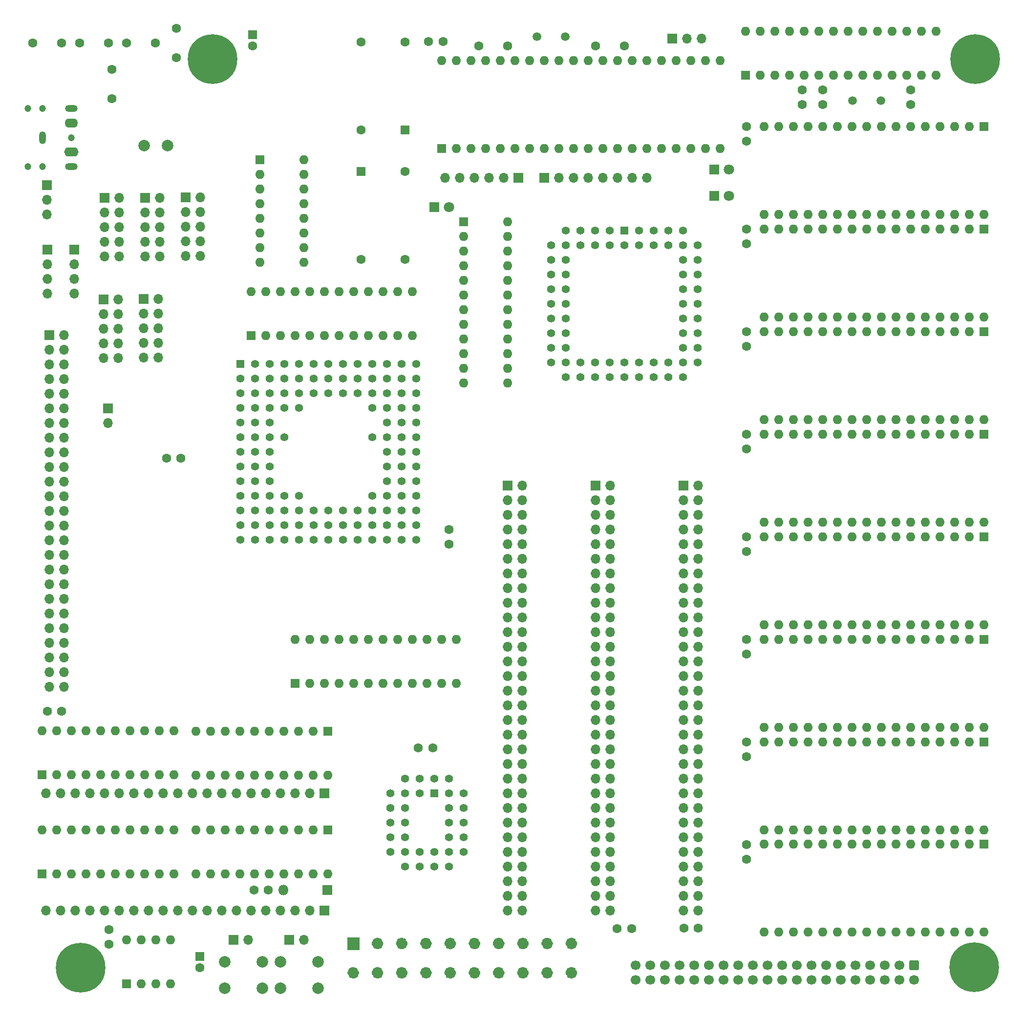
<source format=gbs>
%TF.GenerationSoftware,KiCad,Pcbnew,7.0.10*%
%TF.CreationDate,2024-02-19T01:25:05+02:00*%
%TF.ProjectId,jox030,6a6f7830-3330-42e6-9b69-6361645f7063,rev?*%
%TF.SameCoordinates,Original*%
%TF.FileFunction,Soldermask,Bot*%
%TF.FilePolarity,Negative*%
%FSLAX46Y46*%
G04 Gerber Fmt 4.6, Leading zero omitted, Abs format (unit mm)*
G04 Created by KiCad (PCBNEW 7.0.10) date 2024-02-19 01:25:05*
%MOMM*%
%LPD*%
G01*
G04 APERTURE LIST*
G04 Aperture macros list*
%AMRoundRect*
0 Rectangle with rounded corners*
0 $1 Rounding radius*
0 $2 $3 $4 $5 $6 $7 $8 $9 X,Y pos of 4 corners*
0 Add a 4 corners polygon primitive as box body*
4,1,4,$2,$3,$4,$5,$6,$7,$8,$9,$2,$3,0*
0 Add four circle primitives for the rounded corners*
1,1,$1+$1,$2,$3*
1,1,$1+$1,$4,$5*
1,1,$1+$1,$6,$7*
1,1,$1+$1,$8,$9*
0 Add four rect primitives between the rounded corners*
20,1,$1+$1,$2,$3,$4,$5,0*
20,1,$1+$1,$4,$5,$6,$7,0*
20,1,$1+$1,$6,$7,$8,$9,0*
20,1,$1+$1,$8,$9,$2,$3,0*%
G04 Aperture macros list end*
%ADD10C,1.026200*%
%ADD11C,0.010000*%
%ADD12R,1.700000X1.700000*%
%ADD13O,1.700000X1.700000*%
%ADD14R,1.800000X1.800000*%
%ADD15C,1.800000*%
%ADD16O,1.800000X1.800000*%
%ADD17C,1.600000*%
%ADD18R,1.422400X1.422400*%
%ADD19C,1.422400*%
%ADD20R,1.600000X1.600000*%
%ADD21O,1.600000X1.600000*%
%ADD22C,0.900000*%
%ADD23C,8.600000*%
%ADD24R,1.397000X1.397000*%
%ADD25C,1.397000*%
%ADD26C,1.500000*%
%ADD27C,1.200000*%
%ADD28O,2.200000X1.200000*%
%ADD29O,2.300000X1.600000*%
%ADD30O,1.200000X2.200000*%
%ADD31O,2.500000X1.600000*%
%ADD32C,2.000000*%
%ADD33RoundRect,0.250000X-0.600000X0.600000X-0.600000X-0.600000X0.600000X-0.600000X0.600000X0.600000X0*%
%ADD34C,1.700000*%
G04 APERTURE END LIST*
D10*
%TO.C,J10*%
X72858100Y-178435000D02*
G75*
G03*
X71831900Y-178435000I-513100J0D01*
G01*
X71831900Y-178435000D02*
G75*
G03*
X72858100Y-178435000I513100J0D01*
G01*
X77058100Y-173355000D02*
G75*
G03*
X76031900Y-173355000I-513100J0D01*
G01*
X76031900Y-173355000D02*
G75*
G03*
X77058100Y-173355000I513100J0D01*
G01*
X77058100Y-178435000D02*
G75*
G03*
X76031900Y-178435000I-513100J0D01*
G01*
X76031900Y-178435000D02*
G75*
G03*
X77058100Y-178435000I513100J0D01*
G01*
X81258100Y-173355000D02*
G75*
G03*
X80231900Y-173355000I-513100J0D01*
G01*
X80231900Y-173355000D02*
G75*
G03*
X81258100Y-173355000I513100J0D01*
G01*
X81258100Y-178435000D02*
G75*
G03*
X80231900Y-178435000I-513100J0D01*
G01*
X80231900Y-178435000D02*
G75*
G03*
X81258100Y-178435000I513100J0D01*
G01*
X85458100Y-173355000D02*
G75*
G03*
X84431900Y-173355000I-513100J0D01*
G01*
X84431900Y-173355000D02*
G75*
G03*
X85458100Y-173355000I513100J0D01*
G01*
X85458100Y-178435000D02*
G75*
G03*
X84431900Y-178435000I-513100J0D01*
G01*
X84431900Y-178435000D02*
G75*
G03*
X85458100Y-178435000I513100J0D01*
G01*
X89658100Y-173355000D02*
G75*
G03*
X88631900Y-173355000I-513100J0D01*
G01*
X88631900Y-173355000D02*
G75*
G03*
X89658100Y-173355000I513100J0D01*
G01*
X89658100Y-178435000D02*
G75*
G03*
X88631900Y-178435000I-513100J0D01*
G01*
X88631900Y-178435000D02*
G75*
G03*
X89658100Y-178435000I513100J0D01*
G01*
X93858100Y-173355000D02*
G75*
G03*
X92831900Y-173355000I-513100J0D01*
G01*
X92831900Y-173355000D02*
G75*
G03*
X93858100Y-173355000I513100J0D01*
G01*
X93858100Y-178435000D02*
G75*
G03*
X92831900Y-178435000I-513100J0D01*
G01*
X92831900Y-178435000D02*
G75*
G03*
X93858100Y-178435000I513100J0D01*
G01*
X98058100Y-173355000D02*
G75*
G03*
X97031900Y-173355000I-513100J0D01*
G01*
X97031900Y-173355000D02*
G75*
G03*
X98058100Y-173355000I513100J0D01*
G01*
X98058100Y-178435000D02*
G75*
G03*
X97031900Y-178435000I-513100J0D01*
G01*
X97031900Y-178435000D02*
G75*
G03*
X98058100Y-178435000I513100J0D01*
G01*
X102258100Y-173355000D02*
G75*
G03*
X101231900Y-173355000I-513100J0D01*
G01*
X101231900Y-173355000D02*
G75*
G03*
X102258100Y-173355000I513100J0D01*
G01*
X102258100Y-178435000D02*
G75*
G03*
X101231900Y-178435000I-513100J0D01*
G01*
X101231900Y-178435000D02*
G75*
G03*
X102258100Y-178435000I513100J0D01*
G01*
X106458100Y-173355000D02*
G75*
G03*
X105431900Y-173355000I-513100J0D01*
G01*
X105431900Y-173355000D02*
G75*
G03*
X106458100Y-173355000I513100J0D01*
G01*
X106458100Y-178435000D02*
G75*
G03*
X105431900Y-178435000I-513100J0D01*
G01*
X105431900Y-178435000D02*
G75*
G03*
X106458100Y-178435000I513100J0D01*
G01*
X110658100Y-173355000D02*
G75*
G03*
X109631900Y-173355000I-513100J0D01*
G01*
X109631900Y-173355000D02*
G75*
G03*
X110658100Y-173355000I513100J0D01*
G01*
X110658100Y-178435000D02*
G75*
G03*
X109631900Y-178435000I-513100J0D01*
G01*
X109631900Y-178435000D02*
G75*
G03*
X110658100Y-178435000I513100J0D01*
G01*
D11*
X73371200Y-174381200D02*
X71318800Y-174381200D01*
X71318800Y-172328800D01*
X73371200Y-172328800D01*
X73371200Y-174381200D01*
G36*
X73371200Y-174381200D02*
G01*
X71318800Y-174381200D01*
X71318800Y-172328800D01*
X73371200Y-172328800D01*
X73371200Y-174381200D01*
G37*
%TD*%
D12*
%TO.C,J22*%
X29845000Y-80645000D03*
D13*
X29845000Y-83185000D03*
%TD*%
D14*
%TO.C,D4*%
X86360000Y-45720000D03*
D15*
X88900000Y-45720000D03*
%TD*%
D14*
%TO.C,D3*%
X67818000Y-164084000D03*
D16*
X60198000Y-164084000D03*
%TD*%
D17*
%TO.C,C32*%
X140462000Y-138470000D03*
X140462000Y-140970000D03*
%TD*%
D18*
%TO.C,U14*%
X86360000Y-147320000D03*
D19*
X83820000Y-144780000D03*
X83820000Y-147320000D03*
X81280000Y-144780000D03*
X78740000Y-147320000D03*
X81280000Y-147320000D03*
X78740000Y-149860000D03*
X81280000Y-149860000D03*
X78740000Y-152400000D03*
X81280000Y-152400000D03*
X78740000Y-154940000D03*
X81280000Y-154940000D03*
X78740000Y-157480000D03*
X81280000Y-160020000D03*
X81280000Y-157480000D03*
X83820000Y-160020000D03*
X83820000Y-157480000D03*
X86360000Y-160020000D03*
X86360000Y-157480000D03*
X88900000Y-160020000D03*
X91440000Y-157480000D03*
X88900000Y-157480000D03*
X91440000Y-154940000D03*
X88900000Y-154940000D03*
X91440000Y-152400000D03*
X88900000Y-152400000D03*
X91440000Y-149860000D03*
X88900000Y-149860000D03*
X91440000Y-147320000D03*
X88900000Y-144780000D03*
X88900000Y-147320000D03*
X86360000Y-144780000D03*
%TD*%
D12*
%TO.C,J21*%
X67305000Y-167640000D03*
D13*
X64765000Y-167640000D03*
X62225000Y-167640000D03*
X59685000Y-167640000D03*
X57145000Y-167640000D03*
X54605000Y-167640000D03*
X52065000Y-167640000D03*
X49525000Y-167640000D03*
X46985000Y-167640000D03*
X44445000Y-167640000D03*
X41905000Y-167640000D03*
X39365000Y-167640000D03*
X36825000Y-167640000D03*
X34285000Y-167640000D03*
X31745000Y-167640000D03*
X29205000Y-167640000D03*
X26665000Y-167640000D03*
X24125000Y-167640000D03*
X21585000Y-167640000D03*
X19045000Y-167640000D03*
%TD*%
D20*
%TO.C,U5*%
X56190000Y-37550000D03*
D21*
X56190000Y-40090000D03*
X56190000Y-42630000D03*
X56190000Y-45170000D03*
X56190000Y-47710000D03*
X56190000Y-50250000D03*
X56190000Y-52790000D03*
X56190000Y-55330000D03*
X63810000Y-55330000D03*
X63810000Y-52790000D03*
X63810000Y-50250000D03*
X63810000Y-47710000D03*
X63810000Y-45170000D03*
X63810000Y-42630000D03*
X63810000Y-40090000D03*
X63810000Y-37550000D03*
%TD*%
D17*
%TO.C,C17*%
X24932000Y-17272000D03*
X29932000Y-17272000D03*
%TD*%
%TO.C,C33*%
X140462000Y-102910000D03*
X140462000Y-105410000D03*
%TD*%
D12*
%TO.C,J14*%
X51557000Y-172720000D03*
D13*
X54097000Y-172720000D03*
%TD*%
D20*
%TO.C,U33*%
X18420000Y-161280000D03*
D21*
X20960000Y-161280000D03*
X23500000Y-161280000D03*
X26040000Y-161280000D03*
X28580000Y-161280000D03*
X31120000Y-161280000D03*
X33660000Y-161280000D03*
X36200000Y-161280000D03*
X38740000Y-161280000D03*
X41280000Y-161280000D03*
X41280000Y-153660000D03*
X38740000Y-153660000D03*
X36200000Y-153660000D03*
X33660000Y-153660000D03*
X31120000Y-153660000D03*
X28580000Y-153660000D03*
X26040000Y-153660000D03*
X23500000Y-153660000D03*
X20960000Y-153660000D03*
X18420000Y-153660000D03*
%TD*%
D17*
%TO.C,C31*%
X132140000Y-170730000D03*
X129640000Y-170730000D03*
%TD*%
%TO.C,C34*%
X140462000Y-120670000D03*
X140462000Y-123170000D03*
%TD*%
%TO.C,C30*%
X140462000Y-31770000D03*
X140462000Y-34270000D03*
%TD*%
D22*
%TO.C,H2*%
X44769600Y-20069600D03*
X45714181Y-17789181D03*
X45714181Y-22350019D03*
X47994600Y-16844600D03*
D23*
X47994600Y-20069600D03*
D22*
X47994600Y-23294600D03*
X50275019Y-17789181D03*
X50275019Y-22350019D03*
X51219600Y-20069600D03*
%TD*%
D17*
%TO.C,C35*%
X120590000Y-170750000D03*
X118090000Y-170750000D03*
%TD*%
D12*
%TO.C,J15*%
X61209000Y-172720000D03*
D13*
X63749000Y-172720000D03*
%TD*%
D22*
%TO.C,H1*%
X176869600Y-20044600D03*
X177814181Y-17764181D03*
X177814181Y-22325019D03*
X180094600Y-16819600D03*
D23*
X180094600Y-20044600D03*
D22*
X180094600Y-23269600D03*
X182375019Y-17764181D03*
X182375019Y-22325019D03*
X183319600Y-20044600D03*
%TD*%
D20*
%TO.C,U9*%
X181610000Y-85090000D03*
D21*
X179070000Y-85090000D03*
X176530000Y-85090000D03*
X173990000Y-85090000D03*
X171450000Y-85090000D03*
X168910000Y-85090000D03*
X166370000Y-85090000D03*
X163830000Y-85090000D03*
X161290000Y-85090000D03*
X158750000Y-85090000D03*
X156210000Y-85090000D03*
X153670000Y-85090000D03*
X151130000Y-85090000D03*
X148590000Y-85090000D03*
X146050000Y-85090000D03*
X143510000Y-85090000D03*
X143510000Y-100330000D03*
X146050000Y-100330000D03*
X148590000Y-100330000D03*
X151130000Y-100330000D03*
X153670000Y-100330000D03*
X156210000Y-100330000D03*
X158750000Y-100330000D03*
X161290000Y-100330000D03*
X163830000Y-100330000D03*
X166370000Y-100330000D03*
X168910000Y-100330000D03*
X171450000Y-100330000D03*
X173990000Y-100330000D03*
X176530000Y-100330000D03*
X179070000Y-100330000D03*
X181610000Y-100330000D03*
%TD*%
D24*
%TO.C,U1*%
X52810000Y-72910000D03*
D25*
X55350000Y-72910000D03*
X57890000Y-72910000D03*
X60430000Y-72910000D03*
X62970000Y-72910000D03*
X65510000Y-72910000D03*
X68050000Y-72910000D03*
X70590000Y-72910000D03*
X73130000Y-72910000D03*
X75670000Y-72910000D03*
X78210000Y-72910000D03*
X80750000Y-72910000D03*
X83290000Y-72910000D03*
X52810000Y-75450000D03*
X55350000Y-75450000D03*
X57890000Y-75450000D03*
X60430000Y-75450000D03*
X62970000Y-75450000D03*
X65510000Y-75450000D03*
X68050000Y-75450000D03*
X70590000Y-75450000D03*
X73130000Y-75450000D03*
X75670000Y-75450000D03*
X78210000Y-75450000D03*
X80750000Y-75450000D03*
X83290000Y-75450000D03*
X52810000Y-77990000D03*
X55350000Y-77990000D03*
X57890000Y-77990000D03*
X60430000Y-77990000D03*
X62970000Y-77990000D03*
X65510000Y-77990000D03*
X68050000Y-77990000D03*
X70590000Y-77990000D03*
X73130000Y-77990000D03*
X75670000Y-77990000D03*
X78210000Y-77990000D03*
X80750000Y-77990000D03*
X83290000Y-77990000D03*
X52810000Y-80530000D03*
X55350000Y-80530000D03*
X57890000Y-80530000D03*
X60430000Y-80530000D03*
X62970000Y-80530000D03*
X75670000Y-80530000D03*
X78210000Y-80530000D03*
X80750000Y-80530000D03*
X83290000Y-80530000D03*
X52810000Y-83070000D03*
X55350000Y-83070000D03*
X57890000Y-83070000D03*
X78210000Y-83070000D03*
X80750000Y-83070000D03*
X83290000Y-83070000D03*
X52810000Y-85610000D03*
X55350000Y-85610000D03*
X57890000Y-85610000D03*
X60430000Y-85610000D03*
X75670000Y-85610000D03*
X78210000Y-85610000D03*
X80750000Y-85610000D03*
X83290000Y-85610000D03*
X52810000Y-88150000D03*
X55350000Y-88150000D03*
X57890000Y-88150000D03*
X78210000Y-88150000D03*
X80750000Y-88150000D03*
X83290000Y-88150000D03*
X52810000Y-90690000D03*
X55350000Y-90690000D03*
X57890000Y-90690000D03*
X78210000Y-90690000D03*
X80750000Y-90690000D03*
X83290000Y-90690000D03*
X52810000Y-93230000D03*
X55350000Y-93230000D03*
X57890000Y-93230000D03*
X78210000Y-93230000D03*
X80750000Y-93230000D03*
X83290000Y-93230000D03*
X52810000Y-95770000D03*
X55350000Y-95770000D03*
X57890000Y-95770000D03*
X60430000Y-95770000D03*
X62970000Y-95770000D03*
X75670000Y-95770000D03*
X78210000Y-95770000D03*
X80750000Y-95770000D03*
X83290000Y-95770000D03*
X52810000Y-98310000D03*
X55350000Y-98310000D03*
X57890000Y-98310000D03*
X60430000Y-98310000D03*
X62970000Y-98310000D03*
X65510000Y-98310000D03*
X68050000Y-98310000D03*
X70590000Y-98310000D03*
X73130000Y-98310000D03*
X75670000Y-98310000D03*
X78210000Y-98310000D03*
X80750000Y-98310000D03*
X83290000Y-98310000D03*
X52810000Y-100850000D03*
X55350000Y-100850000D03*
X57890000Y-100850000D03*
X60430000Y-100850000D03*
X62970000Y-100850000D03*
X65510000Y-100850000D03*
X68050000Y-100850000D03*
X70590000Y-100850000D03*
X73130000Y-100850000D03*
X75670000Y-100850000D03*
X78210000Y-100850000D03*
X80750000Y-100850000D03*
X83290000Y-100850000D03*
X52810000Y-103390000D03*
X55350000Y-103390000D03*
X57890000Y-103390000D03*
X60430000Y-103390000D03*
X62970000Y-103390000D03*
X65510000Y-103390000D03*
X68050000Y-103390000D03*
X70590000Y-103390000D03*
X73130000Y-103390000D03*
X75670000Y-103390000D03*
X78210000Y-103390000D03*
X80750000Y-103390000D03*
X83290000Y-103390000D03*
%TD*%
D20*
%TO.C,X2*%
X81280000Y-32385000D03*
D17*
X81280000Y-17145000D03*
X73660000Y-17145000D03*
X73660000Y-32385000D03*
%TD*%
D12*
%TO.C,J17*%
X35975000Y-61650000D03*
D13*
X38515000Y-61650000D03*
X35975000Y-64190000D03*
X38515000Y-64190000D03*
X35975000Y-66730000D03*
X38515000Y-66730000D03*
X35975000Y-69270000D03*
X38515000Y-69270000D03*
X35975000Y-71810000D03*
X38515000Y-71810000D03*
%TD*%
D20*
%TO.C,U34*%
X18420000Y-144135000D03*
D21*
X20960000Y-144135000D03*
X23500000Y-144135000D03*
X26040000Y-144135000D03*
X28580000Y-144135000D03*
X31120000Y-144135000D03*
X33660000Y-144135000D03*
X36200000Y-144135000D03*
X38740000Y-144135000D03*
X41280000Y-144135000D03*
X41280000Y-136515000D03*
X38740000Y-136515000D03*
X36200000Y-136515000D03*
X33660000Y-136515000D03*
X31120000Y-136515000D03*
X28580000Y-136515000D03*
X26040000Y-136515000D03*
X23500000Y-136515000D03*
X20960000Y-136515000D03*
X18420000Y-136515000D03*
%TD*%
D12*
%TO.C,J1*%
X105410000Y-40640000D03*
D13*
X107950000Y-40640000D03*
X110490000Y-40640000D03*
X113030000Y-40640000D03*
X115570000Y-40640000D03*
X118110000Y-40640000D03*
X120650000Y-40640000D03*
X123190000Y-40640000D03*
%TD*%
D17*
%TO.C,C16*%
X21804000Y-17272000D03*
X16804000Y-17272000D03*
%TD*%
%TO.C,C28*%
X150114000Y-27920000D03*
X150114000Y-25420000D03*
%TD*%
D12*
%TO.C,J18*%
X29100000Y-61750000D03*
D13*
X31640000Y-61750000D03*
X29100000Y-64290000D03*
X31640000Y-64290000D03*
X29100000Y-66830000D03*
X31640000Y-66830000D03*
X29100000Y-69370000D03*
X31640000Y-69370000D03*
X29100000Y-71910000D03*
X31640000Y-71910000D03*
%TD*%
D12*
%TO.C,J20*%
X43270000Y-44050000D03*
D13*
X45810000Y-44050000D03*
X43270000Y-46590000D03*
X45810000Y-46590000D03*
X43270000Y-49130000D03*
X45810000Y-49130000D03*
X43270000Y-51670000D03*
X45810000Y-51670000D03*
X43270000Y-54210000D03*
X45810000Y-54210000D03*
%TD*%
D22*
%TO.C,H4*%
X21900000Y-177550000D03*
X22844581Y-175269581D03*
X22844581Y-179830419D03*
X25125000Y-174325000D03*
D23*
X25125000Y-177550000D03*
D22*
X25125000Y-180775000D03*
X27405419Y-175269581D03*
X27405419Y-179830419D03*
X28350000Y-177550000D03*
%TD*%
D20*
%TO.C,U16*%
X87630000Y-35560000D03*
D21*
X90170000Y-35560000D03*
X92710000Y-35560000D03*
X95250000Y-35560000D03*
X97790000Y-35560000D03*
X100330000Y-35560000D03*
X102870000Y-35560000D03*
X105410000Y-35560000D03*
X107950000Y-35560000D03*
X110490000Y-35560000D03*
X113030000Y-35560000D03*
X115570000Y-35560000D03*
X118110000Y-35560000D03*
X120650000Y-35560000D03*
X123190000Y-35560000D03*
X125730000Y-35560000D03*
X128270000Y-35560000D03*
X130810000Y-35560000D03*
X133350000Y-35560000D03*
X135890000Y-35560000D03*
X135890000Y-20320000D03*
X133350000Y-20320000D03*
X130810000Y-20320000D03*
X128270000Y-20320000D03*
X125730000Y-20320000D03*
X123190000Y-20320000D03*
X120650000Y-20320000D03*
X118110000Y-20320000D03*
X115570000Y-20320000D03*
X113030000Y-20320000D03*
X110490000Y-20320000D03*
X107950000Y-20320000D03*
X105410000Y-20320000D03*
X102870000Y-20320000D03*
X100330000Y-20320000D03*
X97790000Y-20320000D03*
X95250000Y-20320000D03*
X92710000Y-20320000D03*
X90170000Y-20320000D03*
X87630000Y-20320000D03*
%TD*%
D20*
%TO.C,U32*%
X67945000Y-153670000D03*
D21*
X65405000Y-153670000D03*
X62865000Y-153670000D03*
X60325000Y-153670000D03*
X57785000Y-153670000D03*
X55245000Y-153670000D03*
X52705000Y-153670000D03*
X50165000Y-153670000D03*
X47625000Y-153670000D03*
X45085000Y-153670000D03*
X45085000Y-161290000D03*
X47625000Y-161290000D03*
X50165000Y-161290000D03*
X52705000Y-161290000D03*
X55245000Y-161290000D03*
X57785000Y-161290000D03*
X60325000Y-161290000D03*
X62865000Y-161290000D03*
X65405000Y-161290000D03*
X67945000Y-161290000D03*
%TD*%
D20*
%TO.C,U2*%
X33020000Y-180340000D03*
D21*
X35560000Y-180340000D03*
X38100000Y-180340000D03*
X40640000Y-180340000D03*
X40640000Y-172720000D03*
X38100000Y-172720000D03*
X35560000Y-172720000D03*
X33020000Y-172720000D03*
%TD*%
D12*
%TO.C,J6*%
X99060000Y-93980000D03*
D13*
X101600000Y-93980000D03*
X99060000Y-96520000D03*
X101600000Y-96520000D03*
X99060000Y-99060000D03*
X101600000Y-99060000D03*
X99060000Y-101600000D03*
X101600000Y-101600000D03*
X99060000Y-104140000D03*
X101600000Y-104140000D03*
X99060000Y-106680000D03*
X101600000Y-106680000D03*
X99060000Y-109220000D03*
X101600000Y-109220000D03*
X99060000Y-111760000D03*
X101600000Y-111760000D03*
X99060000Y-114300000D03*
X101600000Y-114300000D03*
X99060000Y-116840000D03*
X101600000Y-116840000D03*
X99060000Y-119380000D03*
X101600000Y-119380000D03*
X99060000Y-121920000D03*
X101600000Y-121920000D03*
X99060000Y-124460000D03*
X101600000Y-124460000D03*
X99060000Y-127000000D03*
X101600000Y-127000000D03*
X99060000Y-129540000D03*
X101600000Y-129540000D03*
X99060000Y-132080000D03*
X101600000Y-132080000D03*
X99060000Y-134620000D03*
X101600000Y-134620000D03*
X99060000Y-137160000D03*
X101600000Y-137160000D03*
X99060000Y-139700000D03*
X101600000Y-139700000D03*
X99060000Y-142240000D03*
X101600000Y-142240000D03*
X99060000Y-144780000D03*
X101600000Y-144780000D03*
X99060000Y-147320000D03*
X101600000Y-147320000D03*
X99060000Y-149860000D03*
X101600000Y-149860000D03*
X99060000Y-152400000D03*
X101600000Y-152400000D03*
X99060000Y-154940000D03*
X101600000Y-154940000D03*
X99060000Y-157480000D03*
X101600000Y-157480000D03*
X99060000Y-160020000D03*
X101600000Y-160020000D03*
X99060000Y-162560000D03*
X101600000Y-162560000D03*
X99060000Y-165100000D03*
X101600000Y-165100000D03*
X99060000Y-167640000D03*
X101600000Y-167640000D03*
%TD*%
D17*
%TO.C,C6*%
X41656000Y-14772000D03*
X41656000Y-19772000D03*
%TD*%
D20*
%TO.C,X1*%
X73700000Y-39540000D03*
D17*
X73700000Y-54780000D03*
X81320000Y-54780000D03*
X81320000Y-39540000D03*
%TD*%
D20*
%TO.C,U18*%
X62225000Y-128260000D03*
D21*
X64765000Y-128260000D03*
X67305000Y-128260000D03*
X69845000Y-128260000D03*
X72385000Y-128260000D03*
X74925000Y-128260000D03*
X77465000Y-128260000D03*
X80005000Y-128260000D03*
X82545000Y-128260000D03*
X85085000Y-128260000D03*
X87625000Y-128260000D03*
X90165000Y-128260000D03*
X90165000Y-120640000D03*
X87625000Y-120640000D03*
X85085000Y-120640000D03*
X82545000Y-120640000D03*
X80005000Y-120640000D03*
X77465000Y-120640000D03*
X74925000Y-120640000D03*
X72385000Y-120640000D03*
X69845000Y-120640000D03*
X67305000Y-120640000D03*
X64765000Y-120640000D03*
X62225000Y-120640000D03*
%TD*%
D12*
%TO.C,J12*%
X19304000Y-53060600D03*
D13*
X19304000Y-55600600D03*
X19304000Y-58140600D03*
X19304000Y-60680600D03*
%TD*%
D20*
%TO.C,U35*%
X54630000Y-68000000D03*
D21*
X57170000Y-68000000D03*
X59710000Y-68000000D03*
X62250000Y-68000000D03*
X64790000Y-68000000D03*
X67330000Y-68000000D03*
X69870000Y-68000000D03*
X72410000Y-68000000D03*
X74950000Y-68000000D03*
X77490000Y-68000000D03*
X80030000Y-68000000D03*
X82570000Y-68000000D03*
X82570000Y-60380000D03*
X80030000Y-60380000D03*
X77490000Y-60380000D03*
X74950000Y-60380000D03*
X72410000Y-60380000D03*
X69870000Y-60380000D03*
X67330000Y-60380000D03*
X64790000Y-60380000D03*
X62250000Y-60380000D03*
X59710000Y-60380000D03*
X57170000Y-60380000D03*
X54630000Y-60380000D03*
%TD*%
D26*
%TO.C,Y1*%
X104210000Y-16170000D03*
X109110000Y-16170000D03*
%TD*%
D20*
%TO.C,U20*%
X67940000Y-136535000D03*
D21*
X65400000Y-136535000D03*
X62860000Y-136535000D03*
X60320000Y-136535000D03*
X57780000Y-136535000D03*
X55240000Y-136535000D03*
X52700000Y-136535000D03*
X50160000Y-136535000D03*
X47620000Y-136535000D03*
X45080000Y-136535000D03*
X45080000Y-144155000D03*
X47620000Y-144155000D03*
X50160000Y-144155000D03*
X52700000Y-144155000D03*
X55240000Y-144155000D03*
X57780000Y-144155000D03*
X60320000Y-144155000D03*
X62860000Y-144155000D03*
X65400000Y-144155000D03*
X67940000Y-144155000D03*
%TD*%
D17*
%TO.C,C13*%
X38060000Y-17272000D03*
X33060000Y-17272000D03*
%TD*%
D12*
%TO.C,J16*%
X29210000Y-44150000D03*
D13*
X31750000Y-44150000D03*
X29210000Y-46690000D03*
X31750000Y-46690000D03*
X29210000Y-49230000D03*
X31750000Y-49230000D03*
X29210000Y-51770000D03*
X31750000Y-51770000D03*
X29210000Y-54310000D03*
X31750000Y-54310000D03*
%TD*%
D17*
%TO.C,C3*%
X99060000Y-17780000D03*
X94060000Y-17780000D03*
%TD*%
D27*
%TO.C,J11*%
X18450000Y-28660000D03*
X15950000Y-28660000D03*
X23450000Y-33660000D03*
X18450000Y-38660000D03*
X15950000Y-38660000D03*
D28*
X23450000Y-28660000D03*
D29*
X23450000Y-31160000D03*
D30*
X18450000Y-33660000D03*
D28*
X23450000Y-38660000D03*
D31*
X23450000Y-36160000D03*
%TD*%
D22*
%TO.C,H3*%
X176710000Y-177460000D03*
X177654581Y-175179581D03*
X177654581Y-179740419D03*
X179935000Y-174235000D03*
D23*
X179935000Y-177460000D03*
D22*
X179935000Y-180685000D03*
X182215419Y-175179581D03*
X182215419Y-179740419D03*
X183160000Y-177460000D03*
%TD*%
D20*
%TO.C,U7*%
X181610000Y-49530000D03*
D21*
X179070000Y-49530000D03*
X176530000Y-49530000D03*
X173990000Y-49530000D03*
X171450000Y-49530000D03*
X168910000Y-49530000D03*
X166370000Y-49530000D03*
X163830000Y-49530000D03*
X161290000Y-49530000D03*
X158750000Y-49530000D03*
X156210000Y-49530000D03*
X153670000Y-49530000D03*
X151130000Y-49530000D03*
X148590000Y-49530000D03*
X146050000Y-49530000D03*
X143510000Y-49530000D03*
X143510000Y-64770000D03*
X146050000Y-64770000D03*
X148590000Y-64770000D03*
X151130000Y-64770000D03*
X153670000Y-64770000D03*
X156210000Y-64770000D03*
X158750000Y-64770000D03*
X161290000Y-64770000D03*
X163830000Y-64770000D03*
X166370000Y-64770000D03*
X168910000Y-64770000D03*
X171450000Y-64770000D03*
X173990000Y-64770000D03*
X176530000Y-64770000D03*
X179070000Y-64770000D03*
X181610000Y-64770000D03*
%TD*%
D26*
%TO.C,Y2*%
X163740000Y-27305000D03*
X158840000Y-27305000D03*
%TD*%
D20*
%TO.C,U12*%
X181610000Y-138430000D03*
D21*
X179070000Y-138430000D03*
X176530000Y-138430000D03*
X173990000Y-138430000D03*
X171450000Y-138430000D03*
X168910000Y-138430000D03*
X166370000Y-138430000D03*
X163830000Y-138430000D03*
X161290000Y-138430000D03*
X158750000Y-138430000D03*
X156210000Y-138430000D03*
X153670000Y-138430000D03*
X151130000Y-138430000D03*
X148590000Y-138430000D03*
X146050000Y-138430000D03*
X143510000Y-138430000D03*
X143510000Y-153670000D03*
X146050000Y-153670000D03*
X148590000Y-153670000D03*
X151130000Y-153670000D03*
X153670000Y-153670000D03*
X156210000Y-153670000D03*
X158750000Y-153670000D03*
X161290000Y-153670000D03*
X163830000Y-153670000D03*
X166370000Y-153670000D03*
X168910000Y-153670000D03*
X171450000Y-153670000D03*
X173990000Y-153670000D03*
X176530000Y-153670000D03*
X179070000Y-153670000D03*
X181610000Y-153670000D03*
%TD*%
D17*
%TO.C,C2*%
X114300000Y-17780000D03*
X119300000Y-17780000D03*
%TD*%
D32*
%TO.C,RESET1*%
X59742000Y-176566000D03*
X66242000Y-176566000D03*
X59742000Y-181066000D03*
X66242000Y-181066000D03*
%TD*%
D20*
%TO.C,C1*%
X45720000Y-175574900D03*
D17*
X45720000Y-177574900D03*
%TD*%
D12*
%TO.C,J7*%
X114300000Y-93980000D03*
D13*
X116840000Y-93980000D03*
X114300000Y-96520000D03*
X116840000Y-96520000D03*
X114300000Y-99060000D03*
X116840000Y-99060000D03*
X114300000Y-101600000D03*
X116840000Y-101600000D03*
X114300000Y-104140000D03*
X116840000Y-104140000D03*
X114300000Y-106680000D03*
X116840000Y-106680000D03*
X114300000Y-109220000D03*
X116840000Y-109220000D03*
X114300000Y-111760000D03*
X116840000Y-111760000D03*
X114300000Y-114300000D03*
X116840000Y-114300000D03*
X114300000Y-116840000D03*
X116840000Y-116840000D03*
X114300000Y-119380000D03*
X116840000Y-119380000D03*
X114300000Y-121920000D03*
X116840000Y-121920000D03*
X114300000Y-124460000D03*
X116840000Y-124460000D03*
X114300000Y-127000000D03*
X116840000Y-127000000D03*
X114300000Y-129540000D03*
X116840000Y-129540000D03*
X114300000Y-132080000D03*
X116840000Y-132080000D03*
X114300000Y-134620000D03*
X116840000Y-134620000D03*
X114300000Y-137160000D03*
X116840000Y-137160000D03*
X114300000Y-139700000D03*
X116840000Y-139700000D03*
X114300000Y-142240000D03*
X116840000Y-142240000D03*
X114300000Y-144780000D03*
X116840000Y-144780000D03*
X114300000Y-147320000D03*
X116840000Y-147320000D03*
X114300000Y-149860000D03*
X116840000Y-149860000D03*
X114300000Y-152400000D03*
X116840000Y-152400000D03*
X114300000Y-154940000D03*
X116840000Y-154940000D03*
X114300000Y-157480000D03*
X116840000Y-157480000D03*
X114300000Y-160020000D03*
X116840000Y-160020000D03*
X114300000Y-162560000D03*
X116840000Y-162560000D03*
X114300000Y-165100000D03*
X116840000Y-165100000D03*
X114300000Y-167640000D03*
X116840000Y-167640000D03*
%TD*%
D32*
%TO.C,COLDRST1*%
X50090000Y-176566000D03*
X56590000Y-176566000D03*
X50090000Y-181066000D03*
X56590000Y-181066000D03*
%TD*%
D17*
%TO.C,C20*%
X140462000Y-49570000D03*
X140462000Y-52070000D03*
%TD*%
D12*
%TO.C,J13*%
X23954000Y-53060600D03*
D13*
X23954000Y-55600600D03*
X23954000Y-58140600D03*
X23954000Y-60680600D03*
%TD*%
D12*
%TO.C,J8*%
X129540000Y-93980000D03*
D13*
X132080000Y-93980000D03*
X129540000Y-96520000D03*
X132080000Y-96520000D03*
X129540000Y-99060000D03*
X132080000Y-99060000D03*
X129540000Y-101600000D03*
X132080000Y-101600000D03*
X129540000Y-104140000D03*
X132080000Y-104140000D03*
X129540000Y-106680000D03*
X132080000Y-106680000D03*
X129540000Y-109220000D03*
X132080000Y-109220000D03*
X129540000Y-111760000D03*
X132080000Y-111760000D03*
X129540000Y-114300000D03*
X132080000Y-114300000D03*
X129540000Y-116840000D03*
X132080000Y-116840000D03*
X129540000Y-119380000D03*
X132080000Y-119380000D03*
X129540000Y-121920000D03*
X132080000Y-121920000D03*
X129540000Y-124460000D03*
X132080000Y-124460000D03*
X129540000Y-127000000D03*
X132080000Y-127000000D03*
X129540000Y-129540000D03*
X132080000Y-129540000D03*
X129540000Y-132080000D03*
X132080000Y-132080000D03*
X129540000Y-134620000D03*
X132080000Y-134620000D03*
X129540000Y-137160000D03*
X132080000Y-137160000D03*
X129540000Y-139700000D03*
X132080000Y-139700000D03*
X129540000Y-142240000D03*
X132080000Y-142240000D03*
X129540000Y-144780000D03*
X132080000Y-144780000D03*
X129540000Y-147320000D03*
X132080000Y-147320000D03*
X129540000Y-149860000D03*
X132080000Y-149860000D03*
X129540000Y-152400000D03*
X132080000Y-152400000D03*
X129540000Y-154940000D03*
X132080000Y-154940000D03*
X129540000Y-157480000D03*
X132080000Y-157480000D03*
X129540000Y-160020000D03*
X132080000Y-160020000D03*
X129540000Y-162560000D03*
X132080000Y-162560000D03*
X129540000Y-165100000D03*
X132080000Y-165100000D03*
X129540000Y-167640000D03*
X132080000Y-167640000D03*
%TD*%
D20*
%TO.C,U23*%
X140335000Y-22860000D03*
D21*
X142875000Y-22860000D03*
X145415000Y-22860000D03*
X147955000Y-22860000D03*
X150495000Y-22860000D03*
X153035000Y-22860000D03*
X155575000Y-22860000D03*
X158115000Y-22860000D03*
X160655000Y-22860000D03*
X163195000Y-22860000D03*
X165735000Y-22860000D03*
X168275000Y-22860000D03*
X170815000Y-22860000D03*
X173355000Y-22860000D03*
X173355000Y-15240000D03*
X170815000Y-15240000D03*
X168275000Y-15240000D03*
X165735000Y-15240000D03*
X163195000Y-15240000D03*
X160655000Y-15240000D03*
X158115000Y-15240000D03*
X155575000Y-15240000D03*
X153035000Y-15240000D03*
X150495000Y-15240000D03*
X147955000Y-15240000D03*
X145415000Y-15240000D03*
X142875000Y-15240000D03*
X140335000Y-15240000D03*
%TD*%
D20*
%TO.C,U22*%
X91440000Y-48260000D03*
D21*
X91440000Y-50800000D03*
X91440000Y-53340000D03*
X91440000Y-55880000D03*
X91440000Y-58420000D03*
X91440000Y-60960000D03*
X91440000Y-63500000D03*
X91440000Y-66040000D03*
X91440000Y-68580000D03*
X91440000Y-71120000D03*
X91440000Y-73660000D03*
X91440000Y-76200000D03*
X99060000Y-76200000D03*
X99060000Y-73660000D03*
X99060000Y-71120000D03*
X99060000Y-68580000D03*
X99060000Y-66040000D03*
X99060000Y-63500000D03*
X99060000Y-60960000D03*
X99060000Y-58420000D03*
X99060000Y-55880000D03*
X99060000Y-53340000D03*
X99060000Y-50800000D03*
X99060000Y-48260000D03*
%TD*%
D17*
%TO.C,C12*%
X30480000Y-26884000D03*
X30480000Y-21884000D03*
%TD*%
D14*
%TO.C,D1*%
X134895000Y-39190000D03*
D15*
X137435000Y-39190000D03*
%TD*%
D17*
%TO.C,C21*%
X83606000Y-139446000D03*
X86106000Y-139446000D03*
%TD*%
%TO.C,C29*%
X55138000Y-164084000D03*
X57638000Y-164084000D03*
%TD*%
%TO.C,C4*%
X153670000Y-27920000D03*
X153670000Y-25420000D03*
%TD*%
D20*
%TO.C,U8*%
X181610000Y-67310000D03*
D21*
X179070000Y-67310000D03*
X176530000Y-67310000D03*
X173990000Y-67310000D03*
X171450000Y-67310000D03*
X168910000Y-67310000D03*
X166370000Y-67310000D03*
X163830000Y-67310000D03*
X161290000Y-67310000D03*
X158750000Y-67310000D03*
X156210000Y-67310000D03*
X153670000Y-67310000D03*
X151130000Y-67310000D03*
X148590000Y-67310000D03*
X146050000Y-67310000D03*
X143510000Y-67310000D03*
X143510000Y-82550000D03*
X146050000Y-82550000D03*
X148590000Y-82550000D03*
X151130000Y-82550000D03*
X153670000Y-82550000D03*
X156210000Y-82550000D03*
X158750000Y-82550000D03*
X161290000Y-82550000D03*
X163830000Y-82550000D03*
X166370000Y-82550000D03*
X168910000Y-82550000D03*
X171450000Y-82550000D03*
X173990000Y-82550000D03*
X176530000Y-82550000D03*
X179070000Y-82550000D03*
X181610000Y-82550000D03*
%TD*%
D17*
%TO.C,C24*%
X88900000Y-104100000D03*
X88900000Y-101600000D03*
%TD*%
%TO.C,C26*%
X140462000Y-85130000D03*
X140462000Y-87630000D03*
%TD*%
D12*
%TO.C,J19*%
X36260000Y-44110000D03*
D13*
X38800000Y-44110000D03*
X36260000Y-46650000D03*
X38800000Y-46650000D03*
X36260000Y-49190000D03*
X38800000Y-49190000D03*
X36260000Y-51730000D03*
X38800000Y-51730000D03*
X36260000Y-54270000D03*
X38800000Y-54270000D03*
%TD*%
D18*
%TO.C,U29*%
X119330000Y-49780000D03*
D19*
X119330000Y-52320000D03*
X116790000Y-49780000D03*
X116790000Y-52320000D03*
X114250000Y-49780000D03*
X114250000Y-52320000D03*
X111710000Y-49780000D03*
X111710000Y-52320000D03*
X109170000Y-49780000D03*
X106630000Y-52320000D03*
X109170000Y-52320000D03*
X106630000Y-54860000D03*
X109170000Y-54860000D03*
X106630000Y-57400000D03*
X109170000Y-57400000D03*
X106630000Y-59940000D03*
X109170000Y-59940000D03*
X106630000Y-62480000D03*
X109170000Y-62480000D03*
X106630000Y-65020000D03*
X109170000Y-65020000D03*
X106630000Y-67560000D03*
X109170000Y-67560000D03*
X106630000Y-70100000D03*
X109170000Y-70100000D03*
X106630000Y-72640000D03*
X109170000Y-75180000D03*
X109170000Y-72640000D03*
X111710000Y-75180000D03*
X111710000Y-72640000D03*
X114250000Y-75180000D03*
X114250000Y-72640000D03*
X116790000Y-75180000D03*
X116790000Y-72640000D03*
X119330000Y-75180000D03*
X119330000Y-72640000D03*
X121870000Y-75180000D03*
X121870000Y-72640000D03*
X124410000Y-75180000D03*
X124410000Y-72640000D03*
X126950000Y-75180000D03*
X126950000Y-72640000D03*
X129490000Y-75180000D03*
X132030000Y-72640000D03*
X129490000Y-72640000D03*
X132030000Y-70100000D03*
X129490000Y-70100000D03*
X132030000Y-67560000D03*
X129490000Y-67560000D03*
X132030000Y-65020000D03*
X129490000Y-65020000D03*
X132030000Y-62480000D03*
X129490000Y-62480000D03*
X132030000Y-59940000D03*
X129490000Y-59940000D03*
X132030000Y-57400000D03*
X129490000Y-57400000D03*
X132030000Y-54860000D03*
X129490000Y-54860000D03*
X132030000Y-52320000D03*
X129490000Y-49780000D03*
X129490000Y-52320000D03*
X126950000Y-49780000D03*
X126950000Y-52320000D03*
X124410000Y-49780000D03*
X124410000Y-52320000D03*
X121870000Y-49780000D03*
X121870000Y-52320000D03*
%TD*%
D14*
%TO.C,D2*%
X134945000Y-43780000D03*
D15*
X137485000Y-43780000D03*
%TD*%
D32*
%TO.C,L1*%
X36132000Y-35052000D03*
X40132000Y-35052000D03*
%TD*%
D17*
%TO.C,C25*%
X29972000Y-170962000D03*
X29972000Y-173462000D03*
%TD*%
D12*
%TO.C,J4*%
X127635000Y-16510000D03*
D13*
X130175000Y-16510000D03*
X132715000Y-16510000D03*
%TD*%
D17*
%TO.C,C27*%
X140462000Y-67330000D03*
X140462000Y-69830000D03*
%TD*%
%TO.C,C23*%
X85384000Y-17018000D03*
X87884000Y-17018000D03*
%TD*%
D12*
%TO.C,PERPORT1*%
X19685000Y-67945000D03*
D13*
X22225000Y-67945000D03*
X19685000Y-70485000D03*
X22225000Y-70485000D03*
X19685000Y-73025000D03*
X22225000Y-73025000D03*
X19685000Y-75565000D03*
X22225000Y-75565000D03*
X19685000Y-78105000D03*
X22225000Y-78105000D03*
X19685000Y-80645000D03*
X22225000Y-80645000D03*
X19685000Y-83185000D03*
X22225000Y-83185000D03*
X19685000Y-85725000D03*
X22225000Y-85725000D03*
X19685000Y-88265000D03*
X22225000Y-88265000D03*
X19685000Y-90805000D03*
X22225000Y-90805000D03*
X19685000Y-93345000D03*
X22225000Y-93345000D03*
X19685000Y-95885000D03*
X22225000Y-95885000D03*
X19685000Y-98425000D03*
X22225000Y-98425000D03*
X19685000Y-100965000D03*
X22225000Y-100965000D03*
X19685000Y-103505000D03*
X22225000Y-103505000D03*
X19685000Y-106045000D03*
X22225000Y-106045000D03*
X19685000Y-108585000D03*
X22225000Y-108585000D03*
X19685000Y-111125000D03*
X22225000Y-111125000D03*
X19685000Y-113665000D03*
X22225000Y-113665000D03*
X19685000Y-116205000D03*
X22225000Y-116205000D03*
X19685000Y-118745000D03*
X22225000Y-118745000D03*
X19685000Y-121285000D03*
X22225000Y-121285000D03*
X19685000Y-123825000D03*
X22225000Y-123825000D03*
X19685000Y-126365000D03*
X22225000Y-126365000D03*
X19685000Y-128905000D03*
X22225000Y-128905000D03*
%TD*%
D12*
%TO.C,J9*%
X67305000Y-147320000D03*
D13*
X64765000Y-147320000D03*
X62225000Y-147320000D03*
X59685000Y-147320000D03*
X57145000Y-147320000D03*
X54605000Y-147320000D03*
X52065000Y-147320000D03*
X49525000Y-147320000D03*
X46985000Y-147320000D03*
X44445000Y-147320000D03*
X41905000Y-147320000D03*
X39365000Y-147320000D03*
X36825000Y-147320000D03*
X34285000Y-147320000D03*
X31745000Y-147320000D03*
X29205000Y-147320000D03*
X26665000Y-147320000D03*
X24125000Y-147320000D03*
X21585000Y-147320000D03*
X19045000Y-147320000D03*
%TD*%
D17*
%TO.C,C22*%
X39970000Y-89230000D03*
X42470000Y-89230000D03*
%TD*%
D20*
%TO.C,U13*%
X181610000Y-156165000D03*
D21*
X179070000Y-156165000D03*
X176530000Y-156165000D03*
X173990000Y-156165000D03*
X171450000Y-156165000D03*
X168910000Y-156165000D03*
X166370000Y-156165000D03*
X163830000Y-156165000D03*
X161290000Y-156165000D03*
X158750000Y-156165000D03*
X156210000Y-156165000D03*
X153670000Y-156165000D03*
X151130000Y-156165000D03*
X148590000Y-156165000D03*
X146050000Y-156165000D03*
X143510000Y-156165000D03*
X143510000Y-171405000D03*
X146050000Y-171405000D03*
X148590000Y-171405000D03*
X151130000Y-171405000D03*
X153670000Y-171405000D03*
X156210000Y-171405000D03*
X158750000Y-171405000D03*
X161290000Y-171405000D03*
X163830000Y-171405000D03*
X166370000Y-171405000D03*
X168910000Y-171405000D03*
X171450000Y-171405000D03*
X173990000Y-171405000D03*
X176530000Y-171405000D03*
X179070000Y-171405000D03*
X181610000Y-171405000D03*
%TD*%
D20*
%TO.C,U6*%
X181610000Y-31750000D03*
D21*
X179070000Y-31750000D03*
X176530000Y-31750000D03*
X173990000Y-31750000D03*
X171450000Y-31750000D03*
X168910000Y-31750000D03*
X166370000Y-31750000D03*
X163830000Y-31750000D03*
X161290000Y-31750000D03*
X158750000Y-31750000D03*
X156210000Y-31750000D03*
X153670000Y-31750000D03*
X151130000Y-31750000D03*
X148590000Y-31750000D03*
X146050000Y-31750000D03*
X143510000Y-31750000D03*
X143510000Y-46990000D03*
X146050000Y-46990000D03*
X148590000Y-46990000D03*
X151130000Y-46990000D03*
X153670000Y-46990000D03*
X156210000Y-46990000D03*
X158750000Y-46990000D03*
X161290000Y-46990000D03*
X163830000Y-46990000D03*
X166370000Y-46990000D03*
X168910000Y-46990000D03*
X171450000Y-46990000D03*
X173990000Y-46990000D03*
X176530000Y-46990000D03*
X179070000Y-46990000D03*
X181610000Y-46990000D03*
%TD*%
D12*
%TO.C,J3*%
X19253200Y-41910000D03*
D13*
X19253200Y-44450000D03*
X19253200Y-46990000D03*
%TD*%
D17*
%TO.C,C19*%
X140462000Y-156250000D03*
X140462000Y-158750000D03*
%TD*%
D20*
%TO.C,U10*%
X181610000Y-102870000D03*
D21*
X179070000Y-102870000D03*
X176530000Y-102870000D03*
X173990000Y-102870000D03*
X171450000Y-102870000D03*
X168910000Y-102870000D03*
X166370000Y-102870000D03*
X163830000Y-102870000D03*
X161290000Y-102870000D03*
X158750000Y-102870000D03*
X156210000Y-102870000D03*
X153670000Y-102870000D03*
X151130000Y-102870000D03*
X148590000Y-102870000D03*
X146050000Y-102870000D03*
X143510000Y-102870000D03*
X143510000Y-118110000D03*
X146050000Y-118110000D03*
X148590000Y-118110000D03*
X151130000Y-118110000D03*
X153670000Y-118110000D03*
X156210000Y-118110000D03*
X158750000Y-118110000D03*
X161290000Y-118110000D03*
X163830000Y-118110000D03*
X166370000Y-118110000D03*
X168910000Y-118110000D03*
X171450000Y-118110000D03*
X173990000Y-118110000D03*
X176530000Y-118110000D03*
X179070000Y-118110000D03*
X181610000Y-118110000D03*
%TD*%
D17*
%TO.C,C5*%
X168910000Y-27920000D03*
X168910000Y-25420000D03*
%TD*%
D20*
%TO.C,U11*%
X181610000Y-120650000D03*
D21*
X179070000Y-120650000D03*
X176530000Y-120650000D03*
X173990000Y-120650000D03*
X171450000Y-120650000D03*
X168910000Y-120650000D03*
X166370000Y-120650000D03*
X163830000Y-120650000D03*
X161290000Y-120650000D03*
X158750000Y-120650000D03*
X156210000Y-120650000D03*
X153670000Y-120650000D03*
X151130000Y-120650000D03*
X148590000Y-120650000D03*
X146050000Y-120650000D03*
X143510000Y-120650000D03*
X143510000Y-135890000D03*
X146050000Y-135890000D03*
X148590000Y-135890000D03*
X151130000Y-135890000D03*
X153670000Y-135890000D03*
X156210000Y-135890000D03*
X158750000Y-135890000D03*
X161290000Y-135890000D03*
X163830000Y-135890000D03*
X166370000Y-135890000D03*
X168910000Y-135890000D03*
X171450000Y-135890000D03*
X173990000Y-135890000D03*
X176530000Y-135890000D03*
X179070000Y-135890000D03*
X181610000Y-135890000D03*
%TD*%
D20*
%TO.C,C7*%
X54864000Y-15808900D03*
D17*
X54864000Y-17808900D03*
%TD*%
%TO.C,C18*%
X21804000Y-133096000D03*
X19304000Y-133096000D03*
%TD*%
D33*
%TO.C,J5*%
X169545000Y-177165000D03*
D34*
X169545000Y-179705000D03*
X167005000Y-177165000D03*
X167005000Y-179705000D03*
X164465000Y-177165000D03*
X164465000Y-179705000D03*
X161925000Y-177165000D03*
X161925000Y-179705000D03*
X159385000Y-177165000D03*
X159385000Y-179705000D03*
X156845000Y-177165000D03*
X156845000Y-179705000D03*
X154305000Y-177165000D03*
X154305000Y-179705000D03*
X151765000Y-177165000D03*
X151765000Y-179705000D03*
X149225000Y-177165000D03*
X149225000Y-179705000D03*
X146685000Y-177165000D03*
X146685000Y-179705000D03*
X144145000Y-177165000D03*
X144145000Y-179705000D03*
X141605000Y-177165000D03*
X141605000Y-179705000D03*
X139065000Y-177165000D03*
X139065000Y-179705000D03*
X136525000Y-177165000D03*
X136525000Y-179705000D03*
X133985000Y-177165000D03*
X133985000Y-179705000D03*
X131445000Y-177165000D03*
X131445000Y-179705000D03*
X128905000Y-177165000D03*
X128905000Y-179705000D03*
X126365000Y-177165000D03*
X126365000Y-179705000D03*
X123825000Y-177165000D03*
X123825000Y-179705000D03*
X121285000Y-177165000D03*
X121285000Y-179705000D03*
%TD*%
D12*
%TO.C,J2*%
X100965000Y-40640000D03*
D13*
X98425000Y-40640000D03*
X95885000Y-40640000D03*
X93345000Y-40640000D03*
X90805000Y-40640000D03*
X88265000Y-40640000D03*
%TD*%
M02*

</source>
